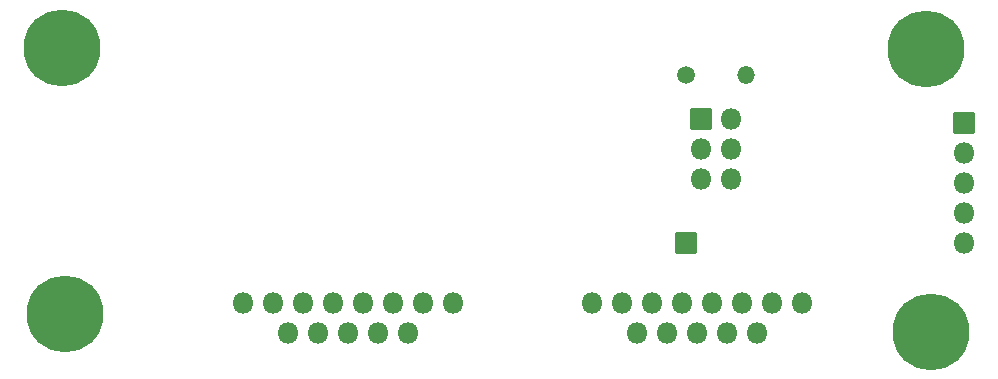
<source format=gbr>
%TF.GenerationSoftware,KiCad,Pcbnew,(7.0.0)*%
%TF.CreationDate,2023-03-30T12:26:05-04:00*%
%TF.ProjectId,headunit_hub,68656164-756e-4697-945f-6875622e6b69,rev?*%
%TF.SameCoordinates,Original*%
%TF.FileFunction,Soldermask,Bot*%
%TF.FilePolarity,Negative*%
%FSLAX46Y46*%
G04 Gerber Fmt 4.6, Leading zero omitted, Abs format (unit mm)*
G04 Created by KiCad (PCBNEW (7.0.0)) date 2023-03-30 12:26:05*
%MOMM*%
%LPD*%
G01*
G04 APERTURE LIST*
G04 Aperture macros list*
%AMRoundRect*
0 Rectangle with rounded corners*
0 $1 Rounding radius*
0 $2 $3 $4 $5 $6 $7 $8 $9 X,Y pos of 4 corners*
0 Add a 4 corners polygon primitive as box body*
4,1,4,$2,$3,$4,$5,$6,$7,$8,$9,$2,$3,0*
0 Add four circle primitives for the rounded corners*
1,1,$1+$1,$2,$3*
1,1,$1+$1,$4,$5*
1,1,$1+$1,$6,$7*
1,1,$1+$1,$8,$9*
0 Add four rect primitives between the rounded corners*
20,1,$1+$1,$2,$3,$4,$5,0*
20,1,$1+$1,$4,$5,$6,$7,0*
20,1,$1+$1,$6,$7,$8,$9,0*
20,1,$1+$1,$8,$9,$2,$3,0*%
G04 Aperture macros list end*
%ADD10RoundRect,0.050000X-0.850000X-0.850000X0.850000X-0.850000X0.850000X0.850000X-0.850000X0.850000X0*%
%ADD11C,1.500000*%
%ADD12O,1.500000X1.500000*%
%ADD13O,1.800000X1.800000*%
%ADD14C,0.900000*%
%ADD15C,6.500000*%
G04 APERTURE END LIST*
D10*
%TO.C,LSCAN*%
X161600000Y-94250000D03*
%TD*%
D11*
%TO.C,R1*%
X161600000Y-80050000D03*
D12*
X166679999Y-80049999D03*
%TD*%
D10*
%TO.C,J5*%
X185100000Y-84090000D03*
D13*
X185099999Y-86629999D03*
X185099999Y-89169999D03*
X185099999Y-91709999D03*
X185099999Y-94249999D03*
%TD*%
D14*
%TO.C,H4*%
X106550000Y-100250000D03*
X107252944Y-98552944D03*
X107252944Y-101947056D03*
X108950000Y-97850000D03*
D15*
X108950000Y-100250000D03*
D14*
X108950000Y-102650000D03*
X110647056Y-98552944D03*
X110647056Y-101947056D03*
X111350000Y-100250000D03*
%TD*%
D10*
%TO.C,J6*%
X162800000Y-83760000D03*
D13*
X165339999Y-83759999D03*
X162799999Y-86299999D03*
X165339999Y-86299999D03*
X162799999Y-88839999D03*
X165339999Y-88839999D03*
%TD*%
D14*
%TO.C,H2*%
X179950000Y-101750000D03*
X180652944Y-100052944D03*
X180652944Y-103447056D03*
X182350000Y-99350000D03*
D15*
X182350000Y-101750000D03*
D14*
X182350000Y-104150000D03*
X184047056Y-100052944D03*
X184047056Y-103447056D03*
X184750000Y-101750000D03*
%TD*%
%TO.C,H5*%
X179500000Y-77850000D03*
X180202944Y-76152944D03*
X180202944Y-79547056D03*
X181900000Y-75450000D03*
D15*
X181900000Y-77850000D03*
D14*
X181900000Y-80250000D03*
X183597056Y-76152944D03*
X183597056Y-79547056D03*
X184300000Y-77850000D03*
%TD*%
D13*
%TO.C,J1*%
X167574999Y-101834999D03*
X166304999Y-99294999D03*
X165034999Y-101834999D03*
X163764999Y-99294999D03*
X162494999Y-101834999D03*
X161224999Y-99294999D03*
X159954999Y-101834999D03*
X158684999Y-99294999D03*
X171384999Y-99294999D03*
X168844999Y-99294999D03*
X156144999Y-99294999D03*
X153604999Y-99294999D03*
X157414999Y-101834999D03*
%TD*%
D14*
%TO.C,H1*%
X106350000Y-77700000D03*
X107052944Y-76002944D03*
X107052944Y-79397056D03*
X108750000Y-75300000D03*
D15*
X108750000Y-77700000D03*
D14*
X108750000Y-80100000D03*
X110447056Y-76002944D03*
X110447056Y-79397056D03*
X111150000Y-77700000D03*
%TD*%
D13*
%TO.C,J3*%
X138064999Y-101834999D03*
X136794999Y-99294999D03*
X135524999Y-101834999D03*
X134254999Y-99294999D03*
X132984999Y-101834999D03*
X131714999Y-99294999D03*
X130444999Y-101834999D03*
X129174999Y-99294999D03*
X141874999Y-99294999D03*
X139334999Y-99294999D03*
X126634999Y-99294999D03*
X124094999Y-99294999D03*
X127904999Y-101834999D03*
%TD*%
M02*

</source>
